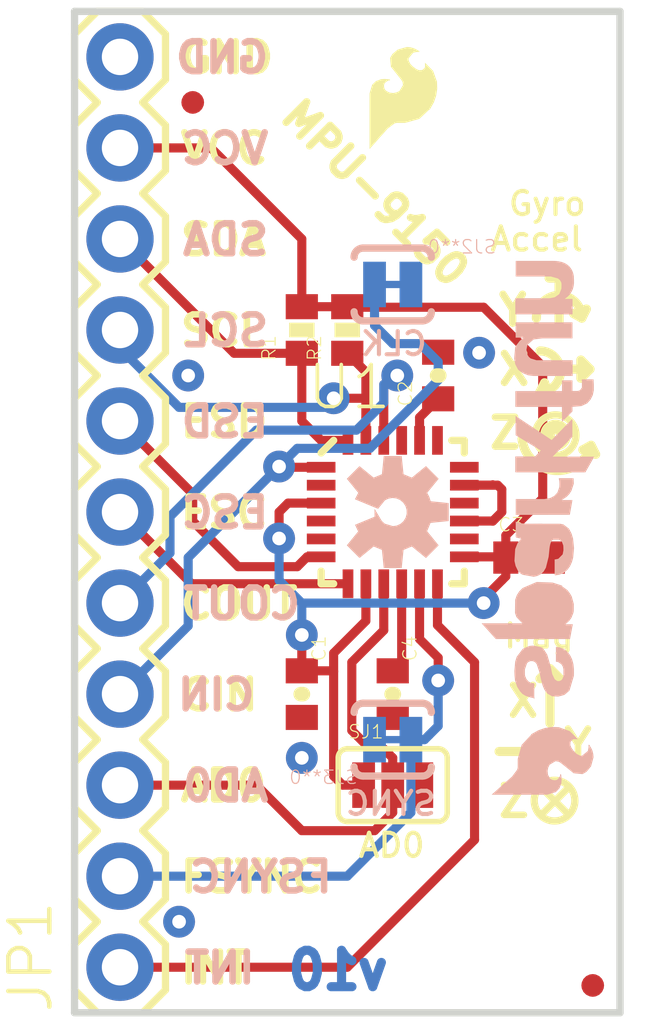
<source format=kicad_pcb>
(kicad_pcb (version 20211014) (generator pcbnew)
  (layers (0 "F.Cu" signal) (31 "B.Cu" signal) (34 "B.Paste" user) (35 "F.Paste" user) (36 "B.SilkS" user "B.Silkscreen") (37 "F.SilkS" user "F.Silkscreen") (38 "B.Mask" user) (39 "F.Mask" user) (44 "Edge.Cuts" user))
  (net 0 "")
  (net 1 "GND")
  (net 2 "VCC")
  (net 3 "SDA")
  (net 4 "SCL")
  (net 5 "INT")
  (net 6 "AD0")
  (net 7 "CLKOUT")
  (net 8 "ESC")
  (net 9 "ESD")
  (net 10 "CLKIN")
  (net 11 "FSYNC")
  (net 12 "N$1")
  (net 13 "N$2")
  (footprint "boardEagle:SFE-LOGO-FLAME" (layer "F.Cu") (at 149.1361 94.8436)
    (fp_text reference "JP5" hide)
    (fp_text value "LOGO-SFESK" hide)
  )
  (footprint "boardEagle:QFN-24-NP" (layer "F.Cu") (at 149.7711 105.0036)
    (fp_text reference "U1" (at -2.45 -2.8) (layer "F.SilkS") (effects (font (size 1.1684 1.1684) (thickness 0.1016)) (justify left bottom)))
    (fp_text value "MPU-9150")
    (pad "1" smd rect (at -2 -1.25 180) (size 0.8 0.3) (layers "F.Cu" "F.Paste" "F.Mask") (net 10 "CLKIN"))
    (pad "2" smd rect (at -2 -0.75 180) (size 0.8 0.3) (layers "F.Cu" "F.Paste" "F.Mask"))
    (pad "3" smd rect (at -2 -0.25 180) (size 0.8 0.3) (layers "F.Cu" "F.Paste" "F.Mask") (net 2 "VCC"))
    (pad "4" smd rect (at -2 0.25 180) (size 0.8 0.3) (layers "F.Cu" "F.Paste" "F.Mask"))
    (pad "5" smd rect (at -2 0.75 180) (size 0.8 0.3) (layers "F.Cu" "F.Paste" "F.Mask"))
    (pad "6" smd rect (at -2 1.25 180) (size 0.8 0.3) (layers "F.Cu" "F.Paste" "F.Mask") (net 9 "ESD"))
    (pad "7" smd rect (at -1.25 2 90) (size 0.8 0.3) (layers "F.Cu" "F.Paste" "F.Mask") (net 8 "ESC"))
    (pad "8" smd rect (at -0.75 2 90) (size 0.8 0.3) (layers "F.Cu" "F.Paste" "F.Mask") (net 2 "VCC"))
    (pad "9" smd rect (at -0.25 2 90) (size 0.8 0.3) (layers "F.Cu" "F.Paste" "F.Mask") (net 6 "AD0"))
    (pad "10" smd rect (at 0.25 2 90) (size 0.8 0.3) (layers "F.Cu" "F.Paste" "F.Mask") (net 13 "N$2"))
    (pad "11" smd rect (at 0.75 2 90) (size 0.8 0.3) (layers "F.Cu" "F.Paste" "F.Mask") (net 11 "FSYNC"))
    (pad "12" smd rect (at 1.25 2 90) (size 0.8 0.3) (layers "F.Cu" "F.Paste" "F.Mask") (net 5 "INT"))
    (pad "13" smd rect (at 2 1.25) (size 0.8 0.3) (layers "F.Cu" "F.Paste" "F.Mask") (net 2 "VCC"))
    (pad "14" smd rect (at 2 0.75) (size 0.8 0.3) (layers "F.Cu" "F.Paste" "F.Mask"))
    (pad "15" smd rect (at 2 0.25) (size 0.8 0.3) (layers "F.Cu" "F.Paste" "F.Mask") (net 1 "GND"))
    (pad "16" smd rect (at 2 -0.25) (size 0.8 0.3) (layers "F.Cu" "F.Paste" "F.Mask"))
    (pad "17" smd rect (at 2 -0.75) (size 0.8 0.3) (layers "F.Cu" "F.Paste" "F.Mask") (net 1 "GND"))
    (pad "18" smd rect (at 2 -1.25) (size 0.8 0.3) (layers "F.Cu" "F.Paste" "F.Mask") (net 1 "GND"))
    (pad "19" smd rect (at 1.25 -2 270) (size 0.8 0.3) (layers "F.Cu" "F.Paste" "F.Mask"))
    (pad "20" smd rect (at 0.75 -2 270) (size 0.8 0.3) (layers "F.Cu" "F.Paste" "F.Mask") (net 12 "N$1"))
    (pad "21" smd rect (at 0.25 -2 270) (size 0.8 0.3) (layers "F.Cu" "F.Paste" "F.Mask"))
    (pad "22" smd rect (at -0.25 -2 270) (size 0.8 0.3) (layers "F.Cu" "F.Paste" "F.Mask") (net 7 "CLKOUT"))
    (pad "23" smd rect (at -0.75 -2 270) (size 0.8 0.3) (layers "F.Cu" "F.Paste" "F.Mask") (net 4 "SCL"))
    (pad "24" smd rect (at -1.25 -2 270) (size 0.8 0.3) (layers "F.Cu" "F.Paste" "F.Mask") (net 3 "SDA"))
  )
  (footprint "boardEagle:0402-CAP" (layer "F.Cu") (at 147.2311 110.0836 -90)
    (fp_text reference "C1" (at -0.889 -0.6985 -90) (layer "F.SilkS") (effects (font (size 0.373888 0.373888) (thickness 0.032512)) (justify left bottom)))
    (fp_text value "0.1uF")
    (pad "1" smd rect (at -0.65 0 270) (size 0.7 0.9) (layers "F.Cu" "F.Paste" "F.Mask") (net 2 "VCC"))
    (pad "2" smd rect (at 0.65 0 270) (size 0.7 0.9) (layers "F.Cu" "F.Paste" "F.Mask") (net 1 "GND"))
  )
  (footprint "boardEagle:MICRO-FIDUCIAL" (layer "F.Cu") (at 155.3591 118.2116)
    (fp_text reference "JP8" hide)
    (fp_text value "FIDUCIALUFIDUCIAL" hide)
    (pad "1" smd roundrect (at 0 0) (size 0.635 0.635) (layers "F.Cu" "F.Mask") (roundrect_rratio 0.5))
  )
  (footprint "boardEagle:0402-RES" (layer "F.Cu") (at 148.5011 99.9236 90)
    (fp_text reference "R2" (at -0.889 -0.6985 90) (layer "F.SilkS") (effects (font (size 0.373888 0.373888) (thickness 0.032512)) (justify left bottom)))
    (fp_text value "10k")
    (pad "1" smd rect (at -0.65 0 90) (size 0.7 0.9) (layers "F.Cu" "F.Paste" "F.Mask") (net 4 "SCL"))
    (pad "2" smd rect (at 0.65 0 90) (size 0.7 0.9) (layers "F.Cu" "F.Paste" "F.Mask") (net 2 "VCC"))
  )
  (footprint "boardEagle:SJ_3_PASTE2&3" (layer "F.Cu") (at 149.7711 112.6236)
    (fp_text reference "SJ1" (at -1.27 -1.27) (layer "F.SilkS") (effects (font (size 0.373888 0.373888) (thickness 0.032512)) (justify left bottom)))
    (fp_text value "")
    (pad "1" smd rect (at -0.8128 0) (size 0.635 1.27) (layers "F.Cu" "F.Mask") (net 2 "VCC"))
    (pad "2" smd rect (at 0 0) (size 0.635 1.27) (layers "F.Cu" "F.Mask") (net 6 "AD0"))
    (pad "3" smd rect (at 0.8128 0) (size 0.635 1.27) (layers "F.Cu" "F.Mask") (net 1 "GND"))
  )
  (footprint "boardEagle:0402-CAP" (layer "F.Cu") (at 151.0411 101.1936 90)
    (fp_text reference "C2" (at -0.889 -0.6985 90) (layer "F.SilkS") (effects (font (size 0.373888 0.373888) (thickness 0.032512)) (justify left bottom)))
    (fp_text value "2.2nF")
    (pad "1" smd rect (at -0.65 0 90) (size 0.7 0.9) (layers "F.Cu" "F.Paste" "F.Mask") (net 12 "N$1"))
    (pad "2" smd rect (at 0.65 0 90) (size 0.7 0.9) (layers "F.Cu" "F.Paste" "F.Mask") (net 1 "GND"))
  )
  (footprint "boardEagle:0402-CAP" (layer "F.Cu") (at 149.7711 110.0836 -90)
    (fp_text reference "C4" (at -0.889 -0.6985 -90) (layer "F.SilkS") (effects (font (size 0.373888 0.373888) (thickness 0.032512)) (justify left bottom)))
    (fp_text value "0.1uF")
    (pad "1" smd rect (at -0.65 0 270) (size 0.7 0.9) (layers "F.Cu" "F.Paste" "F.Mask") (net 13 "N$2"))
    (pad "2" smd rect (at 0.65 0 270) (size 0.7 0.9) (layers "F.Cu" "F.Paste" "F.Mask") (net 1 "GND"))
  )
  (footprint "boardEagle:1X11" (layer "F.Cu") (at 142.1511 117.7036 90)
    (fp_text reference "JP1" (at -1.3462 -1.8288 90) (layer "F.SilkS") (effects (font (size 1.143 1.143) (thickness 0.127)) (justify left bottom)))
    (fp_text value "M11PTH")
    (pad "1" thru_hole circle (at 0 0 180) (size 1.8796 1.8796) (drill 1.016) (layers *.Cu *.Mask) (net 5 "INT"))
    (pad "2" thru_hole circle (at 2.54 0 180) (size 1.8796 1.8796) (drill 1.016) (layers *.Cu *.Mask) (net 11 "FSYNC"))
    (pad "3" thru_hole circle (at 5.08 0 180) (size 1.8796 1.8796) (drill 1.016) (layers *.Cu *.Mask) (net 6 "AD0"))
    (pad "4" thru_hole circle (at 7.62 0 180) (size 1.8796 1.8796) (drill 1.016) (layers *.Cu *.Mask) (net 10 "CLKIN"))
    (pad "5" thru_hole circle (at 10.16 0 180) (size 1.8796 1.8796) (drill 1.016) (layers *.Cu *.Mask) (net 7 "CLKOUT"))
    (pad "6" thru_hole circle (at 12.7 0 180) (size 1.8796 1.8796) (drill 1.016) (layers *.Cu *.Mask) (net 8 "ESC"))
    (pad "7" thru_hole circle (at 15.24 0 180) (size 1.8796 1.8796) (drill 1.016) (layers *.Cu *.Mask) (net 9 "ESD"))
    (pad "8" thru_hole circle (at 17.78 0 180) (size 1.8796 1.8796) (drill 1.016) (layers *.Cu *.Mask) (net 4 "SCL"))
    (pad "9" thru_hole circle (at 20.32 0 180) (size 1.8796 1.8796) (drill 1.016) (layers *.Cu *.Mask) (net 3 "SDA"))
    (pad "10" thru_hole circle (at 22.86 0 180) (size 1.8796 1.8796) (drill 1.016) (layers *.Cu *.Mask) (net 2 "VCC"))
    (pad "11" thru_hole circle (at 25.4 0 180) (size 1.8796 1.8796) (drill 1.016) (layers *.Cu *.Mask) (net 1 "GND"))
  )
  (footprint "boardEagle:STAND-OFF" (layer "F.Cu") (at 153.5811 93.5736)
    (fp_text reference "JP2" hide)
    (fp_text value "STAND-OFF" hide)
    (pad "" np_thru_hole circle (at 0 0) (size 3.302 3.302) (drill 3.302) (layers *.Cu *.Mask))
  )
  (footprint "boardEagle:MICRO-FIDUCIAL" (layer "F.Cu") (at 144.1831 93.5736)
    (fp_text reference "JP7" hide)
    (fp_text value "FIDUCIALUFIDUCIAL" hide)
    (pad "1" smd roundrect (at 0 0) (size 0.635 0.635) (layers "F.Cu" "F.Mask") (roundrect_rratio 0.5))
  )
  (footprint "boardEagle:STAND-OFF" (layer "F.Cu") (at 153.5811 116.4336)
    (fp_text reference "JP3" hide)
    (fp_text value "STAND-OFF" hide)
    (pad "" np_thru_hole circle (at 0 0) (size 3.302 3.302) (drill 3.302) (layers *.Cu *.Mask))
  )
  (footprint "boardEagle:0402-CAP" (layer "F.Cu") (at 153.5811 106.2736)
    (fp_text reference "C3" (at -0.889 -0.6985) (layer "F.SilkS") (effects (font (size 0.373888 0.373888) (thickness 0.032512)) (justify left bottom)))
    (fp_text value "10nF")
    (pad "1" smd rect (at -0.65 0) (size 0.7 0.9) (layers "F.Cu" "F.Paste" "F.Mask") (net 2 "VCC"))
    (pad "2" smd rect (at 0.65 0) (size 0.7 0.9) (layers "F.Cu" "F.Paste" "F.Mask") (net 1 "GND"))
  )
  (footprint "boardEagle:0402-RES" (layer "F.Cu") (at 147.2311 99.9236 90)
    (fp_text reference "R1" (at -0.889 -0.6985 90) (layer "F.SilkS") (effects (font (size 0.373888 0.373888) (thickness 0.032512)) (justify left bottom)))
    (fp_text value "10k")
    (pad "1" smd rect (at -0.65 0 90) (size 0.7 0.9) (layers "F.Cu" "F.Paste" "F.Mask") (net 3 "SDA"))
    (pad "2" smd rect (at 0.65 0 90) (size 0.7 0.9) (layers "F.Cu" "F.Paste" "F.Mask") (net 2 "VCC"))
  )
  (footprint "boardEagle:SJ_2S-TRACE" (layer "B.Cu") (at 149.7711 98.6536 180)
    (fp_text reference "SJ2**0" (at -0.9525 1.27) (layer "B.SilkS") (effects (font (size 0.373888 0.373888) (thickness 0.032512)) (justify right top mirror)))
    (fp_text value "SOLDERJUMPERTRACE")
    (fp_line (start -0.381 0) (end 0.381 0) (layer "B.Cu") (width 0.2032))
    (pad "1" smd rect (at -0.508 0 180) (size 0.635 1.27) (layers "B.Cu" "B.Mask") (net 1 "GND"))
    (pad "2" smd rect (at 0.508 0 180) (size 0.635 1.27) (layers "B.Cu" "B.Mask") (net 10 "CLKIN"))
  )
  (footprint "boardEagle:OSHW-LOGO-S" (layer "B.Cu") (at 149.7711 105.0036 90)
    (fp_text reference "U$1" hide)
    (fp_text value "OSHW-LOGOS" hide)
  )
  (footprint "boardEagle:SFE-NEW-WEB" (layer "B.Cu") (at 152.265378 110.190279 90)
    (fp_text reference "JP4" hide)
    (fp_text value "LOGO-SFENW2" hide)
  )
  (footprint "boardEagle:SJ_2S-TRACE" (layer "B.Cu") (at 149.7711 111.3536)
    (fp_text reference "SJ3**0" (at -0.9525 1.27 180) (layer "B.SilkS") (effects (font (size 0.373888 0.373888) (thickness 0.032512)) (justify left bottom mirror)))
    (fp_text value "SOLDERJUMPERTRACE")
    (fp_line (start -0.381 0) (end 0.381 0) (layer "B.Cu") (width 0.2032))
    (pad "1" smd rect (at -0.508 0) (size 0.635 1.27) (layers "B.Cu" "B.Mask") (net 1 "GND"))
    (pad "2" smd rect (at 0.508 0) (size 0.635 1.27) (layers "B.Cu" "B.Mask") (net 11 "FSYNC"))
  )
  (footprint "boardEagle:SFE-LOGO-FLAME" (layer "B.Cu") (at 152.5651 112.8776 90)
    (fp_text reference "JP6" hide)
    (fp_text value "LOGO-SFESK" hide)
  )
  (gr_line (start 155.0543 99.5934) (end 154.8257 99.4664) (layer "F.SilkS") (width 0.254))
  (gr_arc (start 153.7843 99.5934) (mid 154.4193 98.9584) (end 155.0543 99.5934) (layer "F.SilkS") (width 0.254))
  (gr_line (start 155.313381 103.139241) (end 155.440381 103.393241) (layer "F.SilkS") (width 0.254))
  (gr_line (start 154.1653 109.3724) (end 154.4193 109.6264) (layer "F.SilkS") (width 0.254))
  (gr_line (start 154.1399 98.4758) (end 154.6987 98.4758) (layer "F.SilkS") (width 0.254))
  (gr_line (start 154.1653 109.3724) (end 154.1653 110.8964) (layer "F.SilkS") (width 0.254))
  (gr_line (start 154.4193 98.1964) (end 154.4193 99.9744) (layer "F.SilkS") (width 0.254))
  (gr_circle (center 154.32024 102.8573) (end 154.34564 102.8573) (layer "F.SilkS") (width 0.4064) (fill none))
  (gr_line (start 154.1399 101.7778) (end 154.0129 101.3968) (layer "F.SilkS") (width 0.254))
  (gr_line (start 153.8859 111.9378) (end 153.8859 111.4298) (layer "F.SilkS") (width 0.254))
  (gr_line (start 153.9113 112.6744) (end 154.6733 113.4364) (layer "F.SilkS") (width 0.2032))
  (gr_line (start 154.1653 109.3724) (end 153.9113 109.6264) (layer "F.SilkS") (width 0.254))
  (gr_line (start 155.2829 101.0158) (end 155.0289 101.2698) (layer "F.SilkS") (width 0.254))
  (gr_line (start 154.8257 99.4664) (end 155.1813 99.3394) (layer "F.SilkS") (width 0.254))
  (gr_line (start 154.1399 111.6838) (end 152.7429 111.6838) (layer "F.SilkS") (width 0.254))
  (gr_circle (center 154.2923 113.0554) (end 154.8602 113.0554) (layer "F.SilkS") (width 0.2032) (fill none))
  (gr_line (start 154.4193 98.1964) (end 154.1653 98.4504) (layer "F.SilkS") (width 0.254))
  (gr_line (start 155.084781 103.266241) (end 155.440381 103.393241) (layer "F.SilkS") (width 0.254))
  (gr_line (start 155.0289 101.2698) (end 155.0289 100.7618) (layer "F.SilkS") (width 0.254))
  (gr_line (start 155.2829 101.0158) (end 155.0289 100.7618) (layer "F.SilkS") (width 0.254))
  (gr_line (start 154.1399 111.6838) (end 153.8859 111.4298) (layer "F.SilkS") (width 0.254))
  (gr_arc (start 153.8859 100.5078) (mid 154.4574 101.0793) (end 153.8859 101.6508) (layer "F.SilkS") (width 0.254))
  (gr_line (start 153.8859 101.6508) (end 154.1399 101.7778) (layer "F.SilkS") (width 0.254))
  (gr_line (start 153.8859 101.6508) (end 154.0129 101.3968) (layer "F.SilkS") (width 0.254))
  (gr_line (start 154.4193 98.1964) (end 154.6733 98.4504) (layer "F.SilkS") (width 0.254))
  (gr_line (start 155.0543 99.5934) (end 155.1813 99.3394) (layer "F.SilkS") (width 0.254))
  (gr_line (start 153.8859 109.6518) (end 154.4447 109.6518) (layer "F.SilkS") (width 0.254))
  (gr_line (start 155.313381 103.139241) (end 155.084781 103.266241) (layer "F.SilkS") (width 0.254))
  (gr_circle (center 154.322781 102.859841) (end 154.890681 102.859841) (layer "F.SilkS") (width 0.2032) (fill none))
  (gr_line (start 155.2829 101.0158) (end 153.6319 101.0158) (layer "F.SilkS") (width 0.254))
  (gr_line (start 154.1399 111.6838) (end 153.8859 111.9378) (layer "F.SilkS") (width 0.254))
  (gr_arc (start 155.313381 103.190041) (mid 154.257773 103.839193) (end 153.382981 102.961442) (layer "F.SilkS") (width 0.254))
  (gr_line (start 154.6987 112.6744) (end 153.9113 113.4618) (layer "F.SilkS") (width 0.2032))
  (gr_line (start 153.8859 112.6744) (end 153.9113 112.6744) (layer "F.SilkS") (width 0.2032))
  (gr_line (start 156.1211 91.0336) (end 140.8811 91.0336) (layer "Edge.Cuts") (width 0.2032))
  (gr_line (start 140.8811 118.9736) (end 156.1211 118.9736) (layer "Edge.Cuts") (width 0.2032))
  (gr_line (start 156.1211 118.9736) (end 156.1211 91.0336) (layer "Edge.Cuts") (width 0.2032))
  (gr_line (start 140.8811 91.0336) (end 140.8811 118.9736) (layer "Edge.Cuts") (width 0.2032))
  (gr_text "v10" (at 146.7231 117.1956) (layer "B.Cu") (effects (font (size 1.016 1.016) (thickness 0.254)) (justify right top mirror)))
  (gr_text "INT" (at 146.0119 118.2116) (layer "B.SilkS") (effects (font (size 0.83312 0.83312) (thickness 0.18288)) (justify left bottom mirror)))
  (gr_text "ESD" (at 146.3929 102.9716) (layer "B.SilkS") (effects (font (size 0.83312 0.83312) (thickness 0.18288)) (justify left bottom mirror)))
  (gr_text "CLK" (at 150.7871 100.6856) (layer "B.SilkS") (effects (font (size 0.6477 0.6477) (thickness 0.1143)) (justify left bottom mirror)))
  (gr_text "GND" (at 146.3929 92.8116) (layer "B.SilkS") (effects (font (size 0.83312 0.83312) (thickness 0.18288)) (justify left bottom mirror)))
  (gr_text "FSYNC" (at 148.1709 115.6716) (layer "B.SilkS") (effects (font (size 0.83312 0.83312) (thickness 0.18288)) (justify left bottom mirror)))
  (gr_text "SCL" (at 146.3929 100.4316) (layer "B.SilkS") (effects (font (size 0.83312 0.83312) (thickness 0.18288)) (justify left bottom mirror)))
  (gr_text "VCC" (at 146.3929 95.3516) (layer "B.SilkS") (effects (font (size 0.83312 0.83312) (thickness 0.18288)) (justify left bottom mirror)))
  (gr_text "AD0" (at 146.3929 113.1316) (layer "B.SilkS") (effects (font (size 0.83312 0.83312) (thickness 0.18288)) (justify left bottom mirror)))
  (gr_text "CIN" (at 146.0119 110.5916) (layer "B.SilkS") (effects (font (size 0.83312 0.83312) (thickness 0.18288)) (justify left bottom mirror)))
  (gr_text "ESC" (at 146.3929 105.5116) (layer "B.SilkS") (effects (font (size 0.83312 0.83312) (thickness 0.18288)) (justify left bottom mirror)))
  (gr_text "SYNC" (at 151.0411 113.5126) (layer "B.SilkS") (effects (font (size 0.6477 0.6477) (thickness 0.1143)) (justify left bottom mirror)))
  (gr_text "SDA" (at 146.3929 97.8916) (layer "B.SilkS") (effects (font (size 0.83312 0.83312) (thickness 0.18288)) (justify left bottom mirror)))
  (gr_text "COUT" (at 147.2819 108.0516) (layer "B.SilkS") (effects (font (size 0.83312 0.83312) (thickness 0.18288)) (justify left bottom mirror)))
  (gr_text "Mag" (at 152.82164 108.841538) (layer "F.SilkS") (effects (font (size 0.6477 0.6477) (thickness 0.1143)) (justify left bottom)))
  (gr_text "SDA" (at 143.7513 97.8916) (layer "F.SilkS") (effects (font (size 0.83312 0.83312) (thickness 0.18288)) (justify left bottom)))
  (gr_text "AD0" (at 143.7513 113.1316) (layer "F.SilkS") (effects (font (size 0.83312 0.83312) (thickness 0.18288)) (justify left bottom)))
  (gr_text "INT" (at 143.7513 118.2116) (layer "F.SilkS") (effects (font (size 0.83312 0.83312) (thickness 0.18288)) (justify left bottom)))
  (gr_text "GND" (at 143.7513 92.8116) (layer "F.SilkS") (effects (font (size 0.83312 0.83312) (thickness 0.18288)) (justify left bottom)))
  (gr_text "COUT" (at 143.7513 108.0516) (layer "F.SilkS") (effects (font (size 0.83312 0.83312) (thickness 0.18288)) (justify left bottom)))
  (gr_text "Accel" (at 152.4381 97.7646) (layer "F.SilkS") (effects (font (size 0.6477 0.6477) (thickness 0.1143)) (justify left bottom)))
  (gr_text "X" (at 152.6413 101.4984) (layer "F.SilkS") (effects (font (size 0.8128 0.8128) (thickness 0.2032)) (justify left bottom)))
  (gr_text "CIN" (at 143.7513 110.5916) (layer "F.SilkS") (effects (font (size 0.83312 0.83312) (thickness 0.18288)) (justify left bottom)))
  (gr_text "VCC" (at 143.7513 95.3516) (layer "F.SilkS") (effects (font (size 0.83312 0.83312) (thickness 0.18288)) (justify left bottom)))
  (gr_text "SCL" (at 143.7513 100.4316) (layer "F.SilkS") (effects (font (size 0.83312 0.83312) (thickness 0.18288)) (justify left bottom)))
  (gr_text "FSYNC" (at 143.7513 115.6716) (layer "F.SilkS") (effects (font (size 0.83312 0.83312) (thickness 0.18288)) (justify left bottom)))
  (gr_text "Y" (at 152.6413 99.8474) (layer "F.SilkS") (effects (font (size 0.8128 0.8128) (thickness 0.2032)) (justify left bottom)))
  (gr_text "X" (at 152.8953 110.7694) (layer "F.SilkS") (effects (font (size 0.83312 0.83312) (thickness 0.18288)) (justify left bottom)))
  (gr_text "AD0" (at 148.75764 114.683538) (layer "F.SilkS") (effects (font (size 0.6477 0.6477) (thickness 0.1143)) (justify left bottom)))
  (gr_text "MPU-9150" (at 152.07889 98.229022 315) (layer "F.SilkS") (effects (font (size 0.8128 0.8128) (thickness 0.2032)) (justify right top)))
  (gr_text "Z" (at 152.3873 103.2764) (layer "F.SilkS") (effects (font (size 0.8128 0.8128) (thickness 0.2032)) (justify left bottom)))
  (gr_text "ESD" (at 143.7513 102.9716) (layer "F.SilkS") (effects (font (size 0.83312 0.83312) (thickness 0.18288)) (justify left bottom)))
  (gr_text "Z" (at 152.6413 113.5634) (layer "F.SilkS") (effects (font (size 0.83312 0.83312) (thickness 0.18288)) (justify left bottom)))
  (gr_text "Y" (at 154.4701 111.9886) (layer "F.SilkS") (effects (font (size 0.83312 0.83312) (thickness 0.18288)) (justify left bottom)))
  (gr_text "ESC" (at 143.7513 105.5116) (layer "F.SilkS") (effects (font (size 0.83312 0.83312) (thickness 0.18288)) (justify left bottom)))
  (gr_text "Gyro" (at 152.94864 96.776538) (layer "F.SilkS") (effects (font (size 0.6477 0.6477) (thickness 0.1143)) (justify left bottom)))
  (segment (start 152.7041 104.2536) (end 152.8191 104.3686) (width 0.254) (layer "F.Cu") (net 1))
  (segment (start 151.7711 104.2536) (end 152.7041 104.2536) (width 0.254) (layer "F.Cu") (net 1))
  (segment (start 152.5531 104.2536) (end 152.5651 104.2416) (width 0.254) (layer "F.Cu") (net 1))
  (segment (start 151.7711 104.2536) (end 152.5531 104.2536) (width 0.254) (layer "F.Cu") (net 1))
  (segment (start 151.7711 105.2536) (end 152.5611 105.2536) (width 0.254) (layer "F.Cu") (net 1))
  (segment (start 152.8191 105.0036) (end 152.5651 105.2576) (width 0.254) (layer "F.Cu") (net 1))
  (segment (start 152.8191 104.3686) (end 152.8191 105.0036) (width 0.254) (layer "F.Cu") (net 1))
  (segment (start 152.5611 105.2536) (end 152.5651 105.2576) (width 0.254) (layer "F.Cu") (net 1))
  (via (at 144.0561 101.1936) (size 0.889) (drill 0.381) (layers "F.Cu" "B.Cu") (net 1))
  (via (at 147.2311 111.8616) (size 0.889) (drill 0.381) (layers "F.Cu" "B.Cu") (net 1))
  (via (at 143.8021 116.4336) (size 0.889) (drill 0.381) (layers "F.Cu" "B.Cu") (net 1))
  (via (at 152.1841 100.5586) (size 0.889) (drill 0.381) (layers "F.Cu" "B.Cu") (net 1))
  (segment (start 148.3741 112.6236) (end 148.9583 112.6236) (width 0.254) (layer "F.Cu") (net 2))
  (segment (start 142.1511 94.8436) (end 144.6911 94.8436) (width 0.254) (layer "F.Cu") (net 2))
  (segment (start 148.1201 109.4486) (end 148.1201 112.3696) (width 0.254) (layer "F.Cu") (net 2))
  (segment (start 147.7711 104.7536) (end 146.8461 104.7536) (width 0.254) (layer "F.Cu") (net 2))
  (segment (start 148.1201 108.9406) (end 148.1201 109.4486) (width 0.254) (layer "F.Cu") (net 2))
  (segment (start 152.9311 106.2736) (end 152.9311 105.6536) (width 0.254) (layer "F.Cu") (net 2))
  (segment (start 148.5161 99.2886) (end 148.5011 99.2736) (width 0.254) (layer "F.Cu") (net 2))
  (segment (start 146.8461 104.7536) (end 146.5961 105.0036) (width 0.254) (layer "F.Cu") (net 2))
  (segment (start 151.7711 106.2536) (end 152.9111 106.2536) (width 0.254) (layer "F.Cu") (net 2))
  (segment (start 147.2311 109.4336) (end 148.1051 109.4336) (width 0.254) (layer "F.Cu") (net 2))
  (segment (start 149.0211 107.0036) (end 149.0211 108.0396) (width 0.254) (layer "F.Cu") (net 2))
  (segment (start 148.5011 99.2736) (end 147.2311 99.2736) (width 0.254) (layer "F.Cu") (net 2))
  (segment (start 147.2311 109.4336) (end 147.2311 108.4326) (width 0.254) (layer "F.Cu") (net 2))
  (segment (start 153.2001 105.3846) (end 153.9621 104.6226) (width 0.254) (layer "F.Cu") (net 2))
  (segment (start 148.1201 112.3696) (end 148.3741 112.6236) (width 0.254) (layer "F.Cu") (net 2))
  (segment (start 152.9311 105.6536) (end 153.2001 105.3846) (width 0.254) (layer "F.Cu") (net 2))
  (segment (start 152.9311 106.2736) (end 152.9311 106.7966) (width 0.254) (layer "F.Cu") (net 2))
  (segment (start 152.8341 106.8936) (end 152.8191 106.9086) (width 0.254) (layer "F.Cu") (net 2))
  (segment (start 153.9621 100.9396) (end 152.3111 99.2886) (width 0.254) (layer "F.Cu") (net 2))
  (segment (start 146.5961 105.0036) (end 146.5961 105.7402) (width 0.254) (layer "F.Cu") (net 2))
  (segment (start 149.0211 108.0396) (end 148.1201 108.9406) (width 0.254) (layer "F.Cu") (net 2))
  (segment (start 152.3111 107.4166) (end 152.8191 106.9086) (width 0.254) (layer "F.Cu") (net 2))
  (segment (start 152.3111 99.2886) (end 148.5161 99.2886) (width 0.254) (layer "F.Cu") (net 2))
  (segment (start 153.9621 104.6226) (end 153.9621 100.9396) (width 0.254) (layer "F.Cu") (net 2))
  (segment (start 152.9311 106.7966) (end 152.8341 106.8936) (width 0.254) (layer "F.Cu") (net 2))
  (segment (start 148.1051 109.4336) (end 148.1201 109.4486) (width 0.254) (layer "F.Cu") (net 2))
  (segment (start 152.3111 107.5436) (end 152.3111 107.4166) (width 0.254) (layer "F.Cu") (net 2))
  (segment (start 147.2311 97.3836) (end 147.2311 99.2736) (width 0.254) (layer "F.Cu") (net 2))
  (segment (start 152.9111 106.2536) (end 152.9311 106.2736) (width 0.254) (layer "F.Cu") (net 2))
  (segment (start 144.6911 94.8436) (end 147.2311 97.3836) (width 0.254) (layer "F.Cu") (net 2))
  (via (at 152.3111 107.5436) (size 0.889) (drill 0.381) (layers "F.Cu" "B.Cu") (net 2))
  (via (at 147.2311 108.4326) (size 0.889) (drill 0.381) (layers "F.Cu" "B.Cu") (net 2))
  (via (at 146.5961 105.7402) (size 0.889) (drill 0.381) (layers "F.Cu" "B.Cu") (net 2))
  (segment (start 146.5961 105.7402) (end 146.5961 106.9086) (width 0.254) (layer "B.Cu") (net 2))
  (segment (start 147.2311 107.5436) (end 147.2311 108.4326) (width 0.254) (layer "B.Cu") (net 2))
  (segment (start 146.5961 106.9086) (end 146.6111 106.9236) (width 0.254) (layer "B.Cu") (net 2))
  (segment (start 146.6111 106.9236) (end 147.2311 107.5436) (width 0.254) (layer "B.Cu") (net 2))
  (segment (start 147.2311 107.5436) (end 152.3111 107.5436) (width 0.254) (layer "B.Cu") (net 2))
  (segment (start 145.3411 100.5736) (end 142.1511 97.3836) (width 0.254) (layer "F.Cu") (net 3))
  (segment (start 147.2311 102.4636) (end 147.2311 100.5736) (width 0.254) (layer "F.Cu") (net 3))
  (segment (start 147.2311 100.5736) (end 145.3411 100.5736) (width 0.254) (layer "F.Cu") (net 3))
  (segment (start 147.7711 103.0036) (end 147.2311 102.4636) (width 0.254) (layer "F.Cu") (net 3))
  (segment (start 148.5211 103.0036) (end 147.7711 103.0036) (width 0.254) (layer "F.Cu") (net 3))
  (segment (start 149.0211 101.8286) (end 149.0211 101.0936) (width 0.254) (layer "F.Cu") (net 4))
  (segment (start 149.0211 101.0936) (end 148.5011 100.5736) (width 0.254) (layer "F.Cu") (net 4))
  (segment (start 149.0211 102.3636) (end 149.0211 101.8286) (width 0.254) (layer "F.Cu") (net 4))
  (segment (start 149.0211 103.0036) (end 149.0211 102.3636) (width 0.254) (layer "F.Cu") (net 4))
  (segment (start 148.1201 101.8286) (end 149.0211 101.8286) (width 0.254) (layer "F.Cu") (net 4))
  (via (at 148.1201 101.8286) (size 0.889) (drill 0.381) (layers "F.Cu" "B.Cu") (net 4))
  (segment (start 142.1511 99.9236) (end 142.1511 100.4316) (width 0.254) (layer "B.Cu") (net 4))
  (segment (start 147.8661 102.0826) (end 148.1201 101.8286) (width 0.254) (layer "B.Cu") (net 4))
  (segment (start 143.8021 102.0826) (end 147.8661 102.0826) (width 0.254) (layer "B.Cu") (net 4))
  (segment (start 142.1511 100.4316) (end 143.8021 102.0826) (width 0.254) (layer "B.Cu") (net 4))
  (segment (start 151.8031 108.9406) (end 152.0571 109.1946) (width 0.254) (layer "F.Cu") (net 5))
  (segment (start 152.0571 109.1946) (end 152.0571 114.1476) (width 0.254) (layer "F.Cu") (net 5))
  (segment (start 152.0571 114.1476) (end 148.5011 117.7036) (width 0.254) (layer "F.Cu") (net 5))
  (segment (start 148.5011 117.7036) (end 142.1511 117.7036) (width 0.254) (layer "F.Cu") (net 5))
  (segment (start 151.0211 108.1586) (end 151.8031 108.9406) (width 0.254) (layer "F.Cu") (net 5))
  (segment (start 151.0211 107.0036) (end 151.0211 108.1586) (width 0.254) (layer "F.Cu") (net 5))
  (segment (start 148.6281 111.0996) (end 149.1361 111.6076) (width 0.254) (layer "F.Cu") (net 6))
  (segment (start 149.5171 111.6076) (end 149.6441 111.7346) (width 0.254) (layer "F.Cu") (net 6))
  (segment (start 149.7711 112.6236) (end 149.7711 111.8616) (width 0.254) (layer "F.Cu") (net 6))
  (segment (start 149.7711 112.6236) (end 149.7711 113.3856) (width 0.254) (layer "F.Cu") (net 6))
  (segment (start 149.7711 113.3856) (end 149.2631 113.8936) (width 0.254) (layer "F.Cu") (net 6))
  (segment (start 142.1511 112.6236) (end 145.9611 112.6236) (width 0.254) (layer "F.Cu") (net 6))
  (segment (start 149.2631 113.8936) (end 147.2311 113.8936) (width 0.254) (layer "F.Cu") (net 6))
  (segment (start 148.6281 109.1946) (end 148.6281 111.0996) (width 0.254) (layer "F.Cu") (net 6))
  (segment (start 149.5211 107.0036) (end 149.5211 108.3016) (width 0.254) (layer "F.Cu") (net 6))
  (segment (start 149.1361 111.6076) (end 149.5171 111.6076) (width 0.254) (layer "F.Cu") (net 6))
  (segment (start 149.5211 108.3016) (end 148.6281 109.1946) (width 0.254) (layer "F.Cu") (net 6))
  (segment (start 145.9611 112.6236) (end 147.2311 113.8936) (width 0.254) (layer "F.Cu") (net 6))
  (segment (start 149.7711 111.8616) (end 149.6441 111.7346) (width 0.254) (layer "F.Cu") (net 6))
  (segment (start 149.5211 103.0036) (end 149.5211 101.4436) (width 0.254) (layer "F.Cu") (net 7))
  (segment (start 149.5211 101.4436) (end 149.8981 101.1936) (width 0.254) (layer "F.Cu") (net 7))
  (via (at 149.8981 101.1936) (size 0.889) (drill 0.381) (layers "F.Cu" "B.Cu") (net 7))
  (segment (start 145.9611 102.7176) (end 148.7591 102.7176) (width 0.254) (layer "B.Cu") (net 7))
  (segment (start 144.6911 103.9876) (end 143.5481 105.1306) (width 0.254) (layer "B.Cu") (net 7))
  (segment (start 144.6911 103.9876) (end 145.9611 102.7176) (width 0.254) (layer "B.Cu") (net 7))
  (segment (start 149.5211 101.9556) (end 149.5211 101.4436) (width 0.254) (layer "B.Cu") (net 7))
  (segment (start 143.5481 105.1306) (end 143.5481 106.1466) (width 0.254) (layer "B.Cu") (net 7))
  (segment (start 148.7591 102.7176) (end 149.5211 101.9556) (width 0.254) (layer "B.Cu") (net 7))
  (segment (start 143.5481 106.1466) (end 142.1511 107.5436) (width 0.254) (layer "B.Cu") (net 7))
  (segment (start 149.5211 101.4436) (end 149.8981 101.1936) (width 0.254) (layer "B.Cu") (net 7))
  (segment (start 148.5211 107.0036) (end 144.1511 107.0036) (width 0.254) (layer "F.Cu") (net 8))
  (segment (start 144.1511 107.0036) (end 142.1511 105.0036) (width 0.254) (layer "F.Cu") (net 8))
  (segment (start 147.3781 106.2536) (end 147.1041 106.5276) (width 0.254) (layer "F.Cu") (net 9))
  (segment (start 147.7711 106.2536) (end 147.3781 106.2536) (width 0.254) (layer "F.Cu") (net 9))
  (segment (start 144.1831 104.4956) (end 142.1511 102.4636) (width 0.254) (layer "F.Cu") (net 9))
  (segment (start 145.4531 106.5276) (end 144.1831 105.2576) (width 0.254) (layer "F.Cu") (net 9))
  (segment (start 144.1831 105.2576) (end 144.1831 104.4956) (width 0.254) (layer "F.Cu") (net 9))
  (segment (start 147.1041 106.5276) (end 145.4531 106.5276) (width 0.254) (layer "F.Cu") (net 9))
  (segment (start 147.7711 103.7536) (end 146.6161 103.7536) (width 0.254) (layer "F.Cu") (net 10))
  (segment (start 146.6161 103.7536) (end 146.5961 103.7336) (width 0.254) (layer "F.Cu") (net 10))
  (via (at 146.5961 103.7336) (size 0.889) (drill 0.381) (layers "F.Cu" "B.Cu") (net 10))
  (segment (start 144.0561 108.1786) (end 144.0561 106.2736) (width 0.254) (layer "B.Cu") (net 10))
  (segment (start 151.0411 101.3206) (end 150.6601 101.7016) (width 0.254) (layer "B.Cu") (net 10))
  (segment (start 150.2791 100.3046) (end 150.5331 100.3046) (width 0.254) (layer "B.Cu") (net 10))
  (segment (start 149.2631 98.6536) (end 149.2631 99.7966) (width 0.254) (layer "B.Cu") (net 10))
  (segment (start 143.9291 108.3056) (end 144.0561 108.1786) (width 0.254) (layer "B.Cu") (net 10))
  (segment (start 151.0411 100.8126) (end 151.0411 101.3206) (width 0.254) (layer "B.Cu") (net 10))
  (segment (start 149.7711 100.3046) (end 150.2791 100.3046) (width 0.254) (layer "B.Cu") (net 10))
  (segment (start 144.0561 106.2736) (end 146.5961 103.7336) (width 0.254) (layer "B.Cu") (net 10))
  (segment (start 149.2631 99.7966) (end 149.7711 100.3046) (width 0.254) (layer "B.Cu") (net 10))
  (segment (start 142.1511 110.0836) (end 143.9291 108.3056) (width 0.254) (layer "B.Cu") (net 10))
  (segment (start 150.6601 101.7016) (end 149.1361 103.2256) (width 0.254) (layer "B.Cu") (net 10))
  (segment (start 149.1361 103.2256) (end 147.1041 103.2256) (width 0.254) (layer "B.Cu") (net 10))
  (segment (start 147.1041 103.2256) (end 146.5961 103.7336) (width 0.254) (layer "B.Cu") (net 10))
  (segment (start 150.5331 100.3046) (end 151.0411 100.8126) (width 0.254) (layer "B.Cu") (net 10))
  (segment (start 150.5211 108.5476) (end 150.9141 108.9406) (width 0.254) (layer "F.Cu") (net 11))
  (segment (start 150.5211 107.0036) (end 150.5211 108.5476) (width 0.254) (layer "F.Cu") (net 11))
  (segment (start 151.0411 109.7026) (end 151.0411 109.0676) (width 0.254) (layer "F.Cu") (net 11))
  (segment (start 151.0411 109.0676) (end 150.9141 108.9406) (width 0.254) (layer "F.Cu") (net 11))
  (via (at 151.0411 109.7026) (size 0.889) (drill 0.381) (layers "F.Cu" "B.Cu") (net 11))
  (segment (start 148.5011 115.1636) (end 149.7711 113.8936) (width 0.254) (layer "B.Cu") (net 11))
  (segment (start 151.0411 110.9726) (end 150.7871 111.2266) (width 0.254) (layer "B.Cu") (net 11))
  (segment (start 142.1511 115.1636) (end 148.5011 115.1636) (width 0.254) (layer "B.Cu") (net 11))
  (segment (start 150.2791 113.3856) (end 149.7711 113.8936) (width 0.254) (layer "B.Cu") (net 11))
  (segment (start 150.6601 111.3536) (end 150.7871 111.2266) (width 0.254) (layer "B.Cu") (net 11))
  (segment (start 150.2791 111.3536) (end 150.2791 113.3856) (width 0.254) (layer "B.Cu") (net 11))
  (segment (start 151.0411 109.7026) (end 151.0411 110.9726) (width 0.254) (layer "B.Cu") (net 11))
  (segment (start 150.2791 111.3536) (end 150.6601 111.3536) (width 0.254) (layer "B.Cu") (net 11))
  (segment (start 150.5211 102.3636) (end 151.0411 101.8436) (width 0.254) (layer "F.Cu") (net 12))
  (segment (start 150.5211 103.0036) (end 150.5211 102.3636) (width 0.254) (layer "F.Cu") (net 12))
  (segment (start 150.0211 107.0036) (end 150.0211 109.1836) (width 0.254) (layer "F.Cu") (net 13))
  (segment (start 150.0211 109.1836) (end 149.7711 109.4336) (width 0.254) (layer "F.Cu") (net 13))
)
</source>
